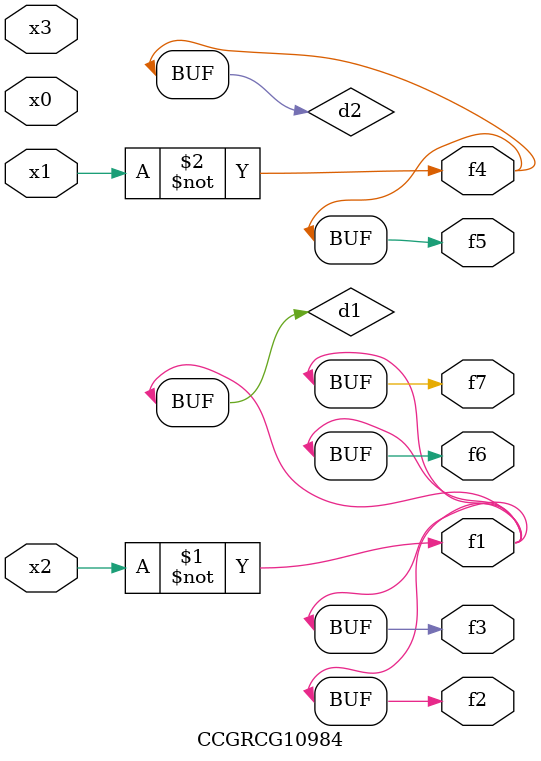
<source format=v>
module CCGRCG10984(
	input x0, x1, x2, x3,
	output f1, f2, f3, f4, f5, f6, f7
);

	wire d1, d2;

	xnor (d1, x2);
	not (d2, x1);
	assign f1 = d1;
	assign f2 = d1;
	assign f3 = d1;
	assign f4 = d2;
	assign f5 = d2;
	assign f6 = d1;
	assign f7 = d1;
endmodule

</source>
